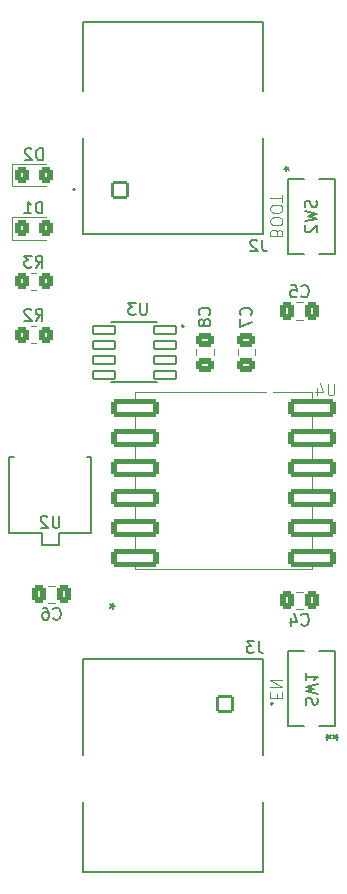
<source format=gbo>
%TF.GenerationSoftware,KiCad,Pcbnew,8.0.1-8.0.1-1~ubuntu22.04.1*%
%TF.CreationDate,2024-04-18T01:12:43-04:00*%
%TF.ProjectId,esp32_rover_devkit,65737033-325f-4726-9f76-65725f646576,rev?*%
%TF.SameCoordinates,Original*%
%TF.FileFunction,Legend,Bot*%
%TF.FilePolarity,Positive*%
%FSLAX46Y46*%
G04 Gerber Fmt 4.6, Leading zero omitted, Abs format (unit mm)*
G04 Created by KiCad (PCBNEW 8.0.1-8.0.1-1~ubuntu22.04.1) date 2024-04-18 01:12:43*
%MOMM*%
%LPD*%
G01*
G04 APERTURE LIST*
G04 Aperture macros list*
%AMRoundRect*
0 Rectangle with rounded corners*
0 $1 Rounding radius*
0 $2 $3 $4 $5 $6 $7 $8 $9 X,Y pos of 4 corners*
0 Add a 4 corners polygon primitive as box body*
4,1,4,$2,$3,$4,$5,$6,$7,$8,$9,$2,$3,0*
0 Add four circle primitives for the rounded corners*
1,1,$1+$1,$2,$3*
1,1,$1+$1,$4,$5*
1,1,$1+$1,$6,$7*
1,1,$1+$1,$8,$9*
0 Add four rect primitives between the rounded corners*
20,1,$1+$1,$2,$3,$4,$5,0*
20,1,$1+$1,$4,$5,$6,$7,0*
20,1,$1+$1,$6,$7,$8,$9,0*
20,1,$1+$1,$8,$9,$2,$3,0*%
G04 Aperture macros list end*
%ADD10C,0.100000*%
%ADD11C,0.150000*%
%ADD12C,0.152400*%
%ADD13C,0.120000*%
%ADD14C,0.127000*%
%ADD15C,0.200000*%
%ADD16RoundRect,0.225000X1.775000X0.525000X-1.775000X0.525000X-1.775000X-0.525000X1.775000X-0.525000X0*%
%ADD17C,2.600000*%
%ADD18C,3.800000*%
%ADD19O,1.600000X0.900000*%
%ADD20R,0.939800X2.489200*%
%ADD21R,5.562600X5.918200*%
%ADD22RoundRect,0.250000X0.475000X-0.337500X0.475000X0.337500X-0.475000X0.337500X-0.475000X-0.337500X0*%
%ADD23RoundRect,0.250000X-0.325000X-0.450000X0.325000X-0.450000X0.325000X0.450000X-0.325000X0.450000X0*%
%ADD24R,0.609600X1.511300*%
%ADD25RoundRect,0.250000X-0.337500X-0.475000X0.337500X-0.475000X0.337500X0.475000X-0.337500X0.475000X0*%
%ADD26RoundRect,0.055580X0.921420X0.341420X-0.921420X0.341420X-0.921420X-0.341420X0.921420X-0.341420X0*%
%ADD27RoundRect,0.250000X-0.350000X-0.450000X0.350000X-0.450000X0.350000X0.450000X-0.350000X0.450000X0*%
%ADD28RoundRect,0.250000X0.350000X0.450000X-0.350000X0.450000X-0.350000X-0.450000X0.350000X-0.450000X0*%
%ADD29C,3.350000*%
%ADD30RoundRect,0.102000X0.634000X0.634000X-0.634000X0.634000X-0.634000X-0.634000X0.634000X-0.634000X0*%
%ADD31C,1.472000*%
%ADD32RoundRect,0.102000X-0.634000X-0.634000X0.634000X-0.634000X0.634000X0.634000X-0.634000X0.634000X0*%
%ADD33C,0.600000*%
G04 APERTURE END LIST*
D10*
X42566390Y-32857142D02*
X42518771Y-32714285D01*
X42518771Y-32714285D02*
X42471152Y-32666666D01*
X42471152Y-32666666D02*
X42375914Y-32619047D01*
X42375914Y-32619047D02*
X42233057Y-32619047D01*
X42233057Y-32619047D02*
X42137819Y-32666666D01*
X42137819Y-32666666D02*
X42090200Y-32714285D01*
X42090200Y-32714285D02*
X42042580Y-32809523D01*
X42042580Y-32809523D02*
X42042580Y-33190475D01*
X42042580Y-33190475D02*
X43042580Y-33190475D01*
X43042580Y-33190475D02*
X43042580Y-32857142D01*
X43042580Y-32857142D02*
X42994961Y-32761904D01*
X42994961Y-32761904D02*
X42947342Y-32714285D01*
X42947342Y-32714285D02*
X42852104Y-32666666D01*
X42852104Y-32666666D02*
X42756866Y-32666666D01*
X42756866Y-32666666D02*
X42661628Y-32714285D01*
X42661628Y-32714285D02*
X42614009Y-32761904D01*
X42614009Y-32761904D02*
X42566390Y-32857142D01*
X42566390Y-32857142D02*
X42566390Y-33190475D01*
X43042580Y-31999999D02*
X43042580Y-31809523D01*
X43042580Y-31809523D02*
X42994961Y-31714285D01*
X42994961Y-31714285D02*
X42899723Y-31619047D01*
X42899723Y-31619047D02*
X42709247Y-31571428D01*
X42709247Y-31571428D02*
X42375914Y-31571428D01*
X42375914Y-31571428D02*
X42185438Y-31619047D01*
X42185438Y-31619047D02*
X42090200Y-31714285D01*
X42090200Y-31714285D02*
X42042580Y-31809523D01*
X42042580Y-31809523D02*
X42042580Y-31999999D01*
X42042580Y-31999999D02*
X42090200Y-32095237D01*
X42090200Y-32095237D02*
X42185438Y-32190475D01*
X42185438Y-32190475D02*
X42375914Y-32238094D01*
X42375914Y-32238094D02*
X42709247Y-32238094D01*
X42709247Y-32238094D02*
X42899723Y-32190475D01*
X42899723Y-32190475D02*
X42994961Y-32095237D01*
X42994961Y-32095237D02*
X43042580Y-31999999D01*
X43042580Y-30952380D02*
X43042580Y-30761904D01*
X43042580Y-30761904D02*
X42994961Y-30666666D01*
X42994961Y-30666666D02*
X42899723Y-30571428D01*
X42899723Y-30571428D02*
X42709247Y-30523809D01*
X42709247Y-30523809D02*
X42375914Y-30523809D01*
X42375914Y-30523809D02*
X42185438Y-30571428D01*
X42185438Y-30571428D02*
X42090200Y-30666666D01*
X42090200Y-30666666D02*
X42042580Y-30761904D01*
X42042580Y-30761904D02*
X42042580Y-30952380D01*
X42042580Y-30952380D02*
X42090200Y-31047618D01*
X42090200Y-31047618D02*
X42185438Y-31142856D01*
X42185438Y-31142856D02*
X42375914Y-31190475D01*
X42375914Y-31190475D02*
X42709247Y-31190475D01*
X42709247Y-31190475D02*
X42899723Y-31142856D01*
X42899723Y-31142856D02*
X42994961Y-31047618D01*
X42994961Y-31047618D02*
X43042580Y-30952380D01*
X43042580Y-30238094D02*
X43042580Y-29666666D01*
X42042580Y-29952380D02*
X43042580Y-29952380D01*
D11*
X28849272Y-64484897D02*
X28611177Y-64484897D01*
X28706415Y-64722992D02*
X28611177Y-64484897D01*
X28611177Y-64484897D02*
X28706415Y-64246802D01*
X28420701Y-64627754D02*
X28611177Y-64484897D01*
X28611177Y-64484897D02*
X28420701Y-64342040D01*
D10*
X42566390Y-72238094D02*
X42566390Y-71904761D01*
X42042580Y-71761904D02*
X42042580Y-72238094D01*
X42042580Y-72238094D02*
X43042580Y-72238094D01*
X43042580Y-72238094D02*
X43042580Y-71761904D01*
X42042580Y-71333332D02*
X43042580Y-71333332D01*
X43042580Y-71333332D02*
X42042580Y-70761904D01*
X42042580Y-70761904D02*
X43042580Y-70761904D01*
X47461904Y-45657419D02*
X47461904Y-46466942D01*
X47461904Y-46466942D02*
X47414285Y-46562180D01*
X47414285Y-46562180D02*
X47366666Y-46609800D01*
X47366666Y-46609800D02*
X47271428Y-46657419D01*
X47271428Y-46657419D02*
X47080952Y-46657419D01*
X47080952Y-46657419D02*
X46985714Y-46609800D01*
X46985714Y-46609800D02*
X46938095Y-46562180D01*
X46938095Y-46562180D02*
X46890476Y-46466942D01*
X46890476Y-46466942D02*
X46890476Y-45657419D01*
X45985714Y-45990752D02*
X45985714Y-46657419D01*
X46223809Y-45609800D02*
X46461904Y-46324085D01*
X46461904Y-46324085D02*
X45842857Y-46324085D01*
D11*
X24161904Y-56854819D02*
X24161904Y-57664342D01*
X24161904Y-57664342D02*
X24114285Y-57759580D01*
X24114285Y-57759580D02*
X24066666Y-57807200D01*
X24066666Y-57807200D02*
X23971428Y-57854819D01*
X23971428Y-57854819D02*
X23780952Y-57854819D01*
X23780952Y-57854819D02*
X23685714Y-57807200D01*
X23685714Y-57807200D02*
X23638095Y-57759580D01*
X23638095Y-57759580D02*
X23590476Y-57664342D01*
X23590476Y-57664342D02*
X23590476Y-56854819D01*
X23161904Y-56950057D02*
X23114285Y-56902438D01*
X23114285Y-56902438D02*
X23019047Y-56854819D01*
X23019047Y-56854819D02*
X22780952Y-56854819D01*
X22780952Y-56854819D02*
X22685714Y-56902438D01*
X22685714Y-56902438D02*
X22638095Y-56950057D01*
X22638095Y-56950057D02*
X22590476Y-57045295D01*
X22590476Y-57045295D02*
X22590476Y-57140533D01*
X22590476Y-57140533D02*
X22638095Y-57283390D01*
X22638095Y-57283390D02*
X23209523Y-57854819D01*
X23209523Y-57854819D02*
X22590476Y-57854819D01*
X40359580Y-39833333D02*
X40407200Y-39785714D01*
X40407200Y-39785714D02*
X40454819Y-39642857D01*
X40454819Y-39642857D02*
X40454819Y-39547619D01*
X40454819Y-39547619D02*
X40407200Y-39404762D01*
X40407200Y-39404762D02*
X40311961Y-39309524D01*
X40311961Y-39309524D02*
X40216723Y-39261905D01*
X40216723Y-39261905D02*
X40026247Y-39214286D01*
X40026247Y-39214286D02*
X39883390Y-39214286D01*
X39883390Y-39214286D02*
X39692914Y-39261905D01*
X39692914Y-39261905D02*
X39597676Y-39309524D01*
X39597676Y-39309524D02*
X39502438Y-39404762D01*
X39502438Y-39404762D02*
X39454819Y-39547619D01*
X39454819Y-39547619D02*
X39454819Y-39642857D01*
X39454819Y-39642857D02*
X39502438Y-39785714D01*
X39502438Y-39785714D02*
X39550057Y-39833333D01*
X39454819Y-40166667D02*
X39454819Y-40833333D01*
X39454819Y-40833333D02*
X40454819Y-40404762D01*
X22744976Y-26732597D02*
X22744976Y-25732597D01*
X22744976Y-25732597D02*
X22506881Y-25732597D01*
X22506881Y-25732597D02*
X22364024Y-25780216D01*
X22364024Y-25780216D02*
X22268786Y-25875454D01*
X22268786Y-25875454D02*
X22221167Y-25970692D01*
X22221167Y-25970692D02*
X22173548Y-26161168D01*
X22173548Y-26161168D02*
X22173548Y-26304025D01*
X22173548Y-26304025D02*
X22221167Y-26494501D01*
X22221167Y-26494501D02*
X22268786Y-26589739D01*
X22268786Y-26589739D02*
X22364024Y-26684978D01*
X22364024Y-26684978D02*
X22506881Y-26732597D01*
X22506881Y-26732597D02*
X22744976Y-26732597D01*
X21792595Y-25827835D02*
X21744976Y-25780216D01*
X21744976Y-25780216D02*
X21649738Y-25732597D01*
X21649738Y-25732597D02*
X21411643Y-25732597D01*
X21411643Y-25732597D02*
X21316405Y-25780216D01*
X21316405Y-25780216D02*
X21268786Y-25827835D01*
X21268786Y-25827835D02*
X21221167Y-25923073D01*
X21221167Y-25923073D02*
X21221167Y-26018311D01*
X21221167Y-26018311D02*
X21268786Y-26161168D01*
X21268786Y-26161168D02*
X21840214Y-26732597D01*
X21840214Y-26732597D02*
X21221167Y-26732597D01*
X45092800Y-72833332D02*
X45045180Y-72690475D01*
X45045180Y-72690475D02*
X45045180Y-72452380D01*
X45045180Y-72452380D02*
X45092800Y-72357142D01*
X45092800Y-72357142D02*
X45140419Y-72309523D01*
X45140419Y-72309523D02*
X45235657Y-72261904D01*
X45235657Y-72261904D02*
X45330895Y-72261904D01*
X45330895Y-72261904D02*
X45426133Y-72309523D01*
X45426133Y-72309523D02*
X45473752Y-72357142D01*
X45473752Y-72357142D02*
X45521371Y-72452380D01*
X45521371Y-72452380D02*
X45568990Y-72642856D01*
X45568990Y-72642856D02*
X45616609Y-72738094D01*
X45616609Y-72738094D02*
X45664228Y-72785713D01*
X45664228Y-72785713D02*
X45759466Y-72833332D01*
X45759466Y-72833332D02*
X45854704Y-72833332D01*
X45854704Y-72833332D02*
X45949942Y-72785713D01*
X45949942Y-72785713D02*
X45997561Y-72738094D01*
X45997561Y-72738094D02*
X46045180Y-72642856D01*
X46045180Y-72642856D02*
X46045180Y-72404761D01*
X46045180Y-72404761D02*
X45997561Y-72261904D01*
X46045180Y-71928570D02*
X45045180Y-71690475D01*
X45045180Y-71690475D02*
X45759466Y-71499999D01*
X45759466Y-71499999D02*
X45045180Y-71309523D01*
X45045180Y-71309523D02*
X46045180Y-71071428D01*
X45045180Y-70166666D02*
X45045180Y-70738094D01*
X45045180Y-70452380D02*
X46045180Y-70452380D01*
X46045180Y-70452380D02*
X45902323Y-70547618D01*
X45902323Y-70547618D02*
X45807085Y-70642856D01*
X45807085Y-70642856D02*
X45759466Y-70738094D01*
X47797780Y-75557649D02*
X47559685Y-75557649D01*
X47654923Y-75795744D02*
X47559685Y-75557649D01*
X47559685Y-75557649D02*
X47654923Y-75319554D01*
X47369209Y-75700506D02*
X47559685Y-75557649D01*
X47559685Y-75557649D02*
X47369209Y-75414792D01*
X46707419Y-75557650D02*
X46945514Y-75557650D01*
X46850276Y-75319555D02*
X46945514Y-75557650D01*
X46945514Y-75557650D02*
X46850276Y-75795745D01*
X47135990Y-75414793D02*
X46945514Y-75557650D01*
X46945514Y-75557650D02*
X47135990Y-75700507D01*
X22736445Y-31249899D02*
X22736445Y-30249899D01*
X22736445Y-30249899D02*
X22498350Y-30249899D01*
X22498350Y-30249899D02*
X22355493Y-30297518D01*
X22355493Y-30297518D02*
X22260255Y-30392756D01*
X22260255Y-30392756D02*
X22212636Y-30487994D01*
X22212636Y-30487994D02*
X22165017Y-30678470D01*
X22165017Y-30678470D02*
X22165017Y-30821327D01*
X22165017Y-30821327D02*
X22212636Y-31011803D01*
X22212636Y-31011803D02*
X22260255Y-31107041D01*
X22260255Y-31107041D02*
X22355493Y-31202280D01*
X22355493Y-31202280D02*
X22498350Y-31249899D01*
X22498350Y-31249899D02*
X22736445Y-31249899D01*
X21212636Y-31249899D02*
X21784064Y-31249899D01*
X21498350Y-31249899D02*
X21498350Y-30249899D01*
X21498350Y-30249899D02*
X21593588Y-30392756D01*
X21593588Y-30392756D02*
X21688826Y-30487994D01*
X21688826Y-30487994D02*
X21784064Y-30535613D01*
X44666666Y-66039580D02*
X44714285Y-66087200D01*
X44714285Y-66087200D02*
X44857142Y-66134819D01*
X44857142Y-66134819D02*
X44952380Y-66134819D01*
X44952380Y-66134819D02*
X45095237Y-66087200D01*
X45095237Y-66087200D02*
X45190475Y-65991961D01*
X45190475Y-65991961D02*
X45238094Y-65896723D01*
X45238094Y-65896723D02*
X45285713Y-65706247D01*
X45285713Y-65706247D02*
X45285713Y-65563390D01*
X45285713Y-65563390D02*
X45238094Y-65372914D01*
X45238094Y-65372914D02*
X45190475Y-65277676D01*
X45190475Y-65277676D02*
X45095237Y-65182438D01*
X45095237Y-65182438D02*
X44952380Y-65134819D01*
X44952380Y-65134819D02*
X44857142Y-65134819D01*
X44857142Y-65134819D02*
X44714285Y-65182438D01*
X44714285Y-65182438D02*
X44666666Y-65230057D01*
X43809523Y-65468152D02*
X43809523Y-66134819D01*
X44047618Y-65087200D02*
X44285713Y-65801485D01*
X44285713Y-65801485D02*
X43666666Y-65801485D01*
X23666666Y-65539580D02*
X23714285Y-65587200D01*
X23714285Y-65587200D02*
X23857142Y-65634819D01*
X23857142Y-65634819D02*
X23952380Y-65634819D01*
X23952380Y-65634819D02*
X24095237Y-65587200D01*
X24095237Y-65587200D02*
X24190475Y-65491961D01*
X24190475Y-65491961D02*
X24238094Y-65396723D01*
X24238094Y-65396723D02*
X24285713Y-65206247D01*
X24285713Y-65206247D02*
X24285713Y-65063390D01*
X24285713Y-65063390D02*
X24238094Y-64872914D01*
X24238094Y-64872914D02*
X24190475Y-64777676D01*
X24190475Y-64777676D02*
X24095237Y-64682438D01*
X24095237Y-64682438D02*
X23952380Y-64634819D01*
X23952380Y-64634819D02*
X23857142Y-64634819D01*
X23857142Y-64634819D02*
X23714285Y-64682438D01*
X23714285Y-64682438D02*
X23666666Y-64730057D01*
X22809523Y-64634819D02*
X22999999Y-64634819D01*
X22999999Y-64634819D02*
X23095237Y-64682438D01*
X23095237Y-64682438D02*
X23142856Y-64730057D01*
X23142856Y-64730057D02*
X23238094Y-64872914D01*
X23238094Y-64872914D02*
X23285713Y-65063390D01*
X23285713Y-65063390D02*
X23285713Y-65444342D01*
X23285713Y-65444342D02*
X23238094Y-65539580D01*
X23238094Y-65539580D02*
X23190475Y-65587200D01*
X23190475Y-65587200D02*
X23095237Y-65634819D01*
X23095237Y-65634819D02*
X22904761Y-65634819D01*
X22904761Y-65634819D02*
X22809523Y-65587200D01*
X22809523Y-65587200D02*
X22761904Y-65539580D01*
X22761904Y-65539580D02*
X22714285Y-65444342D01*
X22714285Y-65444342D02*
X22714285Y-65206247D01*
X22714285Y-65206247D02*
X22761904Y-65111009D01*
X22761904Y-65111009D02*
X22809523Y-65063390D01*
X22809523Y-65063390D02*
X22904761Y-65015771D01*
X22904761Y-65015771D02*
X23095237Y-65015771D01*
X23095237Y-65015771D02*
X23190475Y-65063390D01*
X23190475Y-65063390D02*
X23238094Y-65111009D01*
X23238094Y-65111009D02*
X23285713Y-65206247D01*
X44668108Y-38239550D02*
X44715727Y-38287170D01*
X44715727Y-38287170D02*
X44858584Y-38334789D01*
X44858584Y-38334789D02*
X44953822Y-38334789D01*
X44953822Y-38334789D02*
X45096679Y-38287170D01*
X45096679Y-38287170D02*
X45191917Y-38191931D01*
X45191917Y-38191931D02*
X45239536Y-38096693D01*
X45239536Y-38096693D02*
X45287155Y-37906217D01*
X45287155Y-37906217D02*
X45287155Y-37763360D01*
X45287155Y-37763360D02*
X45239536Y-37572884D01*
X45239536Y-37572884D02*
X45191917Y-37477646D01*
X45191917Y-37477646D02*
X45096679Y-37382408D01*
X45096679Y-37382408D02*
X44953822Y-37334789D01*
X44953822Y-37334789D02*
X44858584Y-37334789D01*
X44858584Y-37334789D02*
X44715727Y-37382408D01*
X44715727Y-37382408D02*
X44668108Y-37430027D01*
X43763346Y-37334789D02*
X44239536Y-37334789D01*
X44239536Y-37334789D02*
X44287155Y-37810979D01*
X44287155Y-37810979D02*
X44239536Y-37763360D01*
X44239536Y-37763360D02*
X44144298Y-37715741D01*
X44144298Y-37715741D02*
X43906203Y-37715741D01*
X43906203Y-37715741D02*
X43810965Y-37763360D01*
X43810965Y-37763360D02*
X43763346Y-37810979D01*
X43763346Y-37810979D02*
X43715727Y-37906217D01*
X43715727Y-37906217D02*
X43715727Y-38144312D01*
X43715727Y-38144312D02*
X43763346Y-38239550D01*
X43763346Y-38239550D02*
X43810965Y-38287170D01*
X43810965Y-38287170D02*
X43906203Y-38334789D01*
X43906203Y-38334789D02*
X44144298Y-38334789D01*
X44144298Y-38334789D02*
X44239536Y-38287170D01*
X44239536Y-38287170D02*
X44287155Y-38239550D01*
X45907200Y-30166667D02*
X45954819Y-30309524D01*
X45954819Y-30309524D02*
X45954819Y-30547619D01*
X45954819Y-30547619D02*
X45907200Y-30642857D01*
X45907200Y-30642857D02*
X45859580Y-30690476D01*
X45859580Y-30690476D02*
X45764342Y-30738095D01*
X45764342Y-30738095D02*
X45669104Y-30738095D01*
X45669104Y-30738095D02*
X45573866Y-30690476D01*
X45573866Y-30690476D02*
X45526247Y-30642857D01*
X45526247Y-30642857D02*
X45478628Y-30547619D01*
X45478628Y-30547619D02*
X45431009Y-30357143D01*
X45431009Y-30357143D02*
X45383390Y-30261905D01*
X45383390Y-30261905D02*
X45335771Y-30214286D01*
X45335771Y-30214286D02*
X45240533Y-30166667D01*
X45240533Y-30166667D02*
X45145295Y-30166667D01*
X45145295Y-30166667D02*
X45050057Y-30214286D01*
X45050057Y-30214286D02*
X45002438Y-30261905D01*
X45002438Y-30261905D02*
X44954819Y-30357143D01*
X44954819Y-30357143D02*
X44954819Y-30595238D01*
X44954819Y-30595238D02*
X45002438Y-30738095D01*
X44954819Y-31071429D02*
X45954819Y-31309524D01*
X45954819Y-31309524D02*
X45240533Y-31500000D01*
X45240533Y-31500000D02*
X45954819Y-31690476D01*
X45954819Y-31690476D02*
X44954819Y-31928572D01*
X45050057Y-32261905D02*
X45002438Y-32309524D01*
X45002438Y-32309524D02*
X44954819Y-32404762D01*
X44954819Y-32404762D02*
X44954819Y-32642857D01*
X44954819Y-32642857D02*
X45002438Y-32738095D01*
X45002438Y-32738095D02*
X45050057Y-32785714D01*
X45050057Y-32785714D02*
X45145295Y-32833333D01*
X45145295Y-32833333D02*
X45240533Y-32833333D01*
X45240533Y-32833333D02*
X45383390Y-32785714D01*
X45383390Y-32785714D02*
X45954819Y-32214286D01*
X45954819Y-32214286D02*
X45954819Y-32833333D01*
X43202219Y-27442350D02*
X43440314Y-27442350D01*
X43345076Y-27204255D02*
X43440314Y-27442350D01*
X43440314Y-27442350D02*
X43345076Y-27680445D01*
X43630790Y-27299493D02*
X43440314Y-27442350D01*
X43440314Y-27442350D02*
X43630790Y-27585207D01*
X31586904Y-38819819D02*
X31586904Y-39629342D01*
X31586904Y-39629342D02*
X31539285Y-39724580D01*
X31539285Y-39724580D02*
X31491666Y-39772200D01*
X31491666Y-39772200D02*
X31396428Y-39819819D01*
X31396428Y-39819819D02*
X31205952Y-39819819D01*
X31205952Y-39819819D02*
X31110714Y-39772200D01*
X31110714Y-39772200D02*
X31063095Y-39724580D01*
X31063095Y-39724580D02*
X31015476Y-39629342D01*
X31015476Y-39629342D02*
X31015476Y-38819819D01*
X30634523Y-38819819D02*
X30015476Y-38819819D01*
X30015476Y-38819819D02*
X30348809Y-39200771D01*
X30348809Y-39200771D02*
X30205952Y-39200771D01*
X30205952Y-39200771D02*
X30110714Y-39248390D01*
X30110714Y-39248390D02*
X30063095Y-39296009D01*
X30063095Y-39296009D02*
X30015476Y-39391247D01*
X30015476Y-39391247D02*
X30015476Y-39629342D01*
X30015476Y-39629342D02*
X30063095Y-39724580D01*
X30063095Y-39724580D02*
X30110714Y-39772200D01*
X30110714Y-39772200D02*
X30205952Y-39819819D01*
X30205952Y-39819819D02*
X30491666Y-39819819D01*
X30491666Y-39819819D02*
X30586904Y-39772200D01*
X30586904Y-39772200D02*
X30634523Y-39724580D01*
X36859580Y-39833333D02*
X36907200Y-39785714D01*
X36907200Y-39785714D02*
X36954819Y-39642857D01*
X36954819Y-39642857D02*
X36954819Y-39547619D01*
X36954819Y-39547619D02*
X36907200Y-39404762D01*
X36907200Y-39404762D02*
X36811961Y-39309524D01*
X36811961Y-39309524D02*
X36716723Y-39261905D01*
X36716723Y-39261905D02*
X36526247Y-39214286D01*
X36526247Y-39214286D02*
X36383390Y-39214286D01*
X36383390Y-39214286D02*
X36192914Y-39261905D01*
X36192914Y-39261905D02*
X36097676Y-39309524D01*
X36097676Y-39309524D02*
X36002438Y-39404762D01*
X36002438Y-39404762D02*
X35954819Y-39547619D01*
X35954819Y-39547619D02*
X35954819Y-39642857D01*
X35954819Y-39642857D02*
X36002438Y-39785714D01*
X36002438Y-39785714D02*
X36050057Y-39833333D01*
X36383390Y-40404762D02*
X36335771Y-40309524D01*
X36335771Y-40309524D02*
X36288152Y-40261905D01*
X36288152Y-40261905D02*
X36192914Y-40214286D01*
X36192914Y-40214286D02*
X36145295Y-40214286D01*
X36145295Y-40214286D02*
X36050057Y-40261905D01*
X36050057Y-40261905D02*
X36002438Y-40309524D01*
X36002438Y-40309524D02*
X35954819Y-40404762D01*
X35954819Y-40404762D02*
X35954819Y-40595238D01*
X35954819Y-40595238D02*
X36002438Y-40690476D01*
X36002438Y-40690476D02*
X36050057Y-40738095D01*
X36050057Y-40738095D02*
X36145295Y-40785714D01*
X36145295Y-40785714D02*
X36192914Y-40785714D01*
X36192914Y-40785714D02*
X36288152Y-40738095D01*
X36288152Y-40738095D02*
X36335771Y-40690476D01*
X36335771Y-40690476D02*
X36383390Y-40595238D01*
X36383390Y-40595238D02*
X36383390Y-40404762D01*
X36383390Y-40404762D02*
X36431009Y-40309524D01*
X36431009Y-40309524D02*
X36478628Y-40261905D01*
X36478628Y-40261905D02*
X36573866Y-40214286D01*
X36573866Y-40214286D02*
X36764342Y-40214286D01*
X36764342Y-40214286D02*
X36859580Y-40261905D01*
X36859580Y-40261905D02*
X36907200Y-40309524D01*
X36907200Y-40309524D02*
X36954819Y-40404762D01*
X36954819Y-40404762D02*
X36954819Y-40595238D01*
X36954819Y-40595238D02*
X36907200Y-40690476D01*
X36907200Y-40690476D02*
X36859580Y-40738095D01*
X36859580Y-40738095D02*
X36764342Y-40785714D01*
X36764342Y-40785714D02*
X36573866Y-40785714D01*
X36573866Y-40785714D02*
X36478628Y-40738095D01*
X36478628Y-40738095D02*
X36431009Y-40690476D01*
X36431009Y-40690476D02*
X36383390Y-40595238D01*
X22169283Y-35826919D02*
X22502616Y-35350728D01*
X22740711Y-35826919D02*
X22740711Y-34826919D01*
X22740711Y-34826919D02*
X22359759Y-34826919D01*
X22359759Y-34826919D02*
X22264521Y-34874538D01*
X22264521Y-34874538D02*
X22216902Y-34922157D01*
X22216902Y-34922157D02*
X22169283Y-35017395D01*
X22169283Y-35017395D02*
X22169283Y-35160252D01*
X22169283Y-35160252D02*
X22216902Y-35255490D01*
X22216902Y-35255490D02*
X22264521Y-35303109D01*
X22264521Y-35303109D02*
X22359759Y-35350728D01*
X22359759Y-35350728D02*
X22740711Y-35350728D01*
X21835949Y-34826919D02*
X21216902Y-34826919D01*
X21216902Y-34826919D02*
X21550235Y-35207871D01*
X21550235Y-35207871D02*
X21407378Y-35207871D01*
X21407378Y-35207871D02*
X21312140Y-35255490D01*
X21312140Y-35255490D02*
X21264521Y-35303109D01*
X21264521Y-35303109D02*
X21216902Y-35398347D01*
X21216902Y-35398347D02*
X21216902Y-35636442D01*
X21216902Y-35636442D02*
X21264521Y-35731680D01*
X21264521Y-35731680D02*
X21312140Y-35779300D01*
X21312140Y-35779300D02*
X21407378Y-35826919D01*
X21407378Y-35826919D02*
X21693092Y-35826919D01*
X21693092Y-35826919D02*
X21788330Y-35779300D01*
X21788330Y-35779300D02*
X21835949Y-35731680D01*
X22165017Y-40322892D02*
X22498350Y-39846701D01*
X22736445Y-40322892D02*
X22736445Y-39322892D01*
X22736445Y-39322892D02*
X22355493Y-39322892D01*
X22355493Y-39322892D02*
X22260255Y-39370511D01*
X22260255Y-39370511D02*
X22212636Y-39418130D01*
X22212636Y-39418130D02*
X22165017Y-39513368D01*
X22165017Y-39513368D02*
X22165017Y-39656225D01*
X22165017Y-39656225D02*
X22212636Y-39751463D01*
X22212636Y-39751463D02*
X22260255Y-39799082D01*
X22260255Y-39799082D02*
X22355493Y-39846701D01*
X22355493Y-39846701D02*
X22736445Y-39846701D01*
X21784064Y-39418130D02*
X21736445Y-39370511D01*
X21736445Y-39370511D02*
X21641207Y-39322892D01*
X21641207Y-39322892D02*
X21403112Y-39322892D01*
X21403112Y-39322892D02*
X21307874Y-39370511D01*
X21307874Y-39370511D02*
X21260255Y-39418130D01*
X21260255Y-39418130D02*
X21212636Y-39513368D01*
X21212636Y-39513368D02*
X21212636Y-39608606D01*
X21212636Y-39608606D02*
X21260255Y-39751463D01*
X21260255Y-39751463D02*
X21831683Y-40322892D01*
X21831683Y-40322892D02*
X21212636Y-40322892D01*
X41033333Y-67454819D02*
X41033333Y-68169104D01*
X41033333Y-68169104D02*
X41080952Y-68311961D01*
X41080952Y-68311961D02*
X41176190Y-68407200D01*
X41176190Y-68407200D02*
X41319047Y-68454819D01*
X41319047Y-68454819D02*
X41414285Y-68454819D01*
X40652380Y-67454819D02*
X40033333Y-67454819D01*
X40033333Y-67454819D02*
X40366666Y-67835771D01*
X40366666Y-67835771D02*
X40223809Y-67835771D01*
X40223809Y-67835771D02*
X40128571Y-67883390D01*
X40128571Y-67883390D02*
X40080952Y-67931009D01*
X40080952Y-67931009D02*
X40033333Y-68026247D01*
X40033333Y-68026247D02*
X40033333Y-68264342D01*
X40033333Y-68264342D02*
X40080952Y-68359580D01*
X40080952Y-68359580D02*
X40128571Y-68407200D01*
X40128571Y-68407200D02*
X40223809Y-68454819D01*
X40223809Y-68454819D02*
X40509523Y-68454819D01*
X40509523Y-68454819D02*
X40604761Y-68407200D01*
X40604761Y-68407200D02*
X40652380Y-68359580D01*
X41333333Y-33454819D02*
X41333333Y-34169104D01*
X41333333Y-34169104D02*
X41380952Y-34311961D01*
X41380952Y-34311961D02*
X41476190Y-34407200D01*
X41476190Y-34407200D02*
X41619047Y-34454819D01*
X41619047Y-34454819D02*
X41714285Y-34454819D01*
X40904761Y-33550057D02*
X40857142Y-33502438D01*
X40857142Y-33502438D02*
X40761904Y-33454819D01*
X40761904Y-33454819D02*
X40523809Y-33454819D01*
X40523809Y-33454819D02*
X40428571Y-33502438D01*
X40428571Y-33502438D02*
X40380952Y-33550057D01*
X40380952Y-33550057D02*
X40333333Y-33645295D01*
X40333333Y-33645295D02*
X40333333Y-33740533D01*
X40333333Y-33740533D02*
X40380952Y-33883390D01*
X40380952Y-33883390D02*
X40952380Y-34454819D01*
X40952380Y-34454819D02*
X40333333Y-34454819D01*
%TO.C,U4*%
D10*
X30600000Y-61380000D02*
X45600000Y-61380000D01*
X45600000Y-46380000D01*
X30600000Y-46380000D01*
X30600000Y-61380000D01*
D12*
%TO.C,U2*%
X22701500Y-59305200D02*
X24098500Y-59305200D01*
X24098500Y-59305200D02*
X24098500Y-58289200D01*
X19920200Y-58289200D02*
X22701500Y-58289200D01*
X22701500Y-58289200D02*
X22701500Y-59305200D01*
X24098500Y-58289200D02*
X26879800Y-58289200D01*
X26879800Y-58289200D02*
X26879800Y-51837600D01*
X19920200Y-51837600D02*
X19920200Y-58289200D01*
X20285960Y-51837600D02*
X19920200Y-51837600D01*
X26879800Y-51837600D02*
X26514040Y-51837600D01*
D13*
%TO.C,C7*%
X39265000Y-42738748D02*
X39265000Y-43261252D01*
X40735000Y-42738748D02*
X40735000Y-43261252D01*
%TO.C,D2*%
X20140000Y-27040000D02*
X20140000Y-28960000D01*
X20140000Y-28960000D02*
X23000000Y-28960000D01*
X23000000Y-27040000D02*
X20140000Y-27040000D01*
D12*
%TO.C,SW1*%
X43518800Y-68325000D02*
X43518800Y-74675000D01*
X43518800Y-74675000D02*
X44862460Y-74675000D01*
X44862460Y-68325000D02*
X43518800Y-68325000D01*
X46137540Y-74675000D02*
X47481200Y-74675000D01*
X47481200Y-68325000D02*
X46137540Y-68325000D01*
X47481200Y-74675000D02*
X47481200Y-68325000D01*
D13*
%TO.C,D1*%
X20140000Y-31540000D02*
X20140000Y-33460000D01*
X20140000Y-33460000D02*
X23000000Y-33460000D01*
X23000000Y-31540000D02*
X20140000Y-31540000D01*
%TO.C,C4*%
X44761252Y-63265000D02*
X44238748Y-63265000D01*
X44761252Y-64735000D02*
X44238748Y-64735000D01*
%TO.C,C6*%
X23761252Y-64235000D02*
X23238748Y-64235000D01*
X23761252Y-62765000D02*
X23238748Y-62765000D01*
%TO.C,C5*%
X44761252Y-38765000D02*
X44238748Y-38765000D01*
X44761252Y-40235000D02*
X44238748Y-40235000D01*
D12*
%TO.C,SW2*%
X43518800Y-28325000D02*
X43518800Y-34675000D01*
X43518800Y-34675000D02*
X44862460Y-34675000D01*
X44862460Y-28325000D02*
X43518800Y-28325000D01*
X46137540Y-34675000D02*
X47481200Y-34675000D01*
X47481200Y-28325000D02*
X46137540Y-28325000D01*
X47481200Y-34675000D02*
X47481200Y-28325000D01*
D14*
%TO.C,U3*%
X28550000Y-40480000D02*
X32450000Y-40480000D01*
X28550000Y-45520000D02*
X32450000Y-45520000D01*
D15*
X34700000Y-40800000D02*
G75*
G02*
X34500000Y-40800000I-100000J0D01*
G01*
X34500000Y-40800000D02*
G75*
G02*
X34700000Y-40800000I100000J0D01*
G01*
D13*
%TO.C,C8*%
X35765000Y-42738748D02*
X35765000Y-43261252D01*
X37235000Y-42738748D02*
X37235000Y-43261252D01*
%TO.C,R3*%
X22227064Y-36265000D02*
X21772936Y-36265000D01*
X22227064Y-37735000D02*
X21772936Y-37735000D01*
%TO.C,R2*%
X21772936Y-40765000D02*
X22227064Y-40765000D01*
X21772936Y-42235000D02*
X22227064Y-42235000D01*
D14*
%TO.C,J3*%
X26164000Y-69000000D02*
X26164000Y-77125000D01*
X26164000Y-81115000D02*
X26164000Y-87000000D01*
X26164000Y-87000000D02*
X41404000Y-87000000D01*
X41404000Y-69000000D02*
X26164000Y-69000000D01*
X41404000Y-77125000D02*
X41404000Y-69000000D01*
X41404000Y-81115000D02*
X41404000Y-87000000D01*
D15*
X42254000Y-72770000D02*
G75*
G02*
X42054000Y-72770000I-100000J0D01*
G01*
X42054000Y-72770000D02*
G75*
G02*
X42254000Y-72770000I100000J0D01*
G01*
D14*
%TO.C,J2*%
X26164000Y-20885000D02*
X26164000Y-15000000D01*
X26164000Y-24875000D02*
X26164000Y-33000000D01*
X26164000Y-33000000D02*
X41404000Y-33000000D01*
X41404000Y-15000000D02*
X26164000Y-15000000D01*
X41404000Y-20885000D02*
X41404000Y-15000000D01*
X41404000Y-33000000D02*
X41404000Y-24875000D01*
D15*
X25514000Y-29230000D02*
G75*
G02*
X25314000Y-29230000I-100000J0D01*
G01*
X25314000Y-29230000D02*
G75*
G02*
X25514000Y-29230000I100000J0D01*
G01*
%TD*%
%LPC*%
D16*
%TO.C,U4*%
X45600000Y-47700000D03*
X45600000Y-50240000D03*
X45600000Y-52780000D03*
X45600000Y-55320000D03*
X45600000Y-57860000D03*
X45600000Y-60400000D03*
X30600000Y-47700000D03*
X30600000Y-50240000D03*
X30600000Y-52780000D03*
X30600000Y-55320000D03*
X30600000Y-57860000D03*
X30600000Y-60400000D03*
%TD*%
D17*
%TO.C,H2*%
X46000000Y-23000000D03*
D18*
X46000000Y-23000000D03*
%TD*%
D17*
%TO.C,H4*%
X46000000Y-79000000D03*
D18*
X46000000Y-79000000D03*
%TD*%
D17*
%TO.C,H3*%
X21500000Y-79000000D03*
D18*
X21500000Y-79000000D03*
%TD*%
D17*
%TO.C,H1*%
X21500000Y-23000000D03*
D18*
X21500000Y-23000000D03*
%TD*%
D19*
%TO.C,J1*%
X21325000Y-68000000D03*
X21325000Y-74600000D03*
%TD*%
D20*
%TO.C,U2*%
X25686000Y-60194200D03*
D21*
X23400000Y-53120300D03*
D20*
X21114000Y-60194200D03*
%TD*%
D22*
%TO.C,C7*%
X40000000Y-44037500D03*
X40000000Y-41962500D03*
%TD*%
D23*
%TO.C,D2*%
X20975000Y-28000000D03*
X23025000Y-28000000D03*
%TD*%
D24*
%TO.C,SW1*%
X45500000Y-75303650D03*
X45500000Y-67696350D03*
%TD*%
D23*
%TO.C,D1*%
X20975000Y-32500000D03*
X23025000Y-32500000D03*
%TD*%
D25*
%TO.C,C4*%
X43462500Y-64000000D03*
X45537500Y-64000000D03*
%TD*%
%TO.C,C6*%
X22462500Y-63500000D03*
X24537500Y-63500000D03*
%TD*%
%TO.C,C5*%
X43462500Y-39500000D03*
X45537500Y-39500000D03*
%TD*%
D24*
%TO.C,SW2*%
X45500000Y-27696350D03*
X45500000Y-35303650D03*
%TD*%
D26*
%TO.C,U3*%
X33085000Y-41095000D03*
X33085000Y-42365000D03*
X33085000Y-43635000D03*
X33085000Y-44905000D03*
X27915000Y-44905000D03*
X27915000Y-43635000D03*
X27915000Y-42365000D03*
X27915000Y-41095000D03*
%TD*%
D22*
%TO.C,C8*%
X36500000Y-44037500D03*
X36500000Y-41962500D03*
%TD*%
D27*
%TO.C,R3*%
X21000000Y-37000000D03*
X23000000Y-37000000D03*
%TD*%
D28*
%TO.C,R2*%
X23000000Y-41500000D03*
X21000000Y-41500000D03*
%TD*%
D29*
%TO.C,J3*%
X39500000Y-79120000D03*
X28068000Y-79120000D03*
D30*
X38229000Y-72770000D03*
D31*
X36959000Y-70230000D03*
X35689000Y-72770000D03*
X34419000Y-70230000D03*
X33149000Y-72770000D03*
X31879000Y-70230000D03*
X30609000Y-72770000D03*
X29339000Y-70230000D03*
%TD*%
D29*
%TO.C,J2*%
X28068000Y-22880000D03*
X39500000Y-22880000D03*
D32*
X29339000Y-29230000D03*
D31*
X30609000Y-31770000D03*
X31879000Y-29230000D03*
X33149000Y-31770000D03*
X34419000Y-29230000D03*
X35689000Y-31770000D03*
X36959000Y-29230000D03*
X38229000Y-31770000D03*
%TD*%
D33*
X34000000Y-52600000D03*
X35000000Y-52600000D03*
X34000000Y-51400000D03*
X33100000Y-51400000D03*
X35000000Y-51400000D03*
X34000000Y-50200000D03*
X35000000Y-50200000D03*
X28800000Y-38700000D03*
X40300000Y-52300000D03*
X41200000Y-54000000D03*
X42200000Y-50240000D03*
X21300000Y-55500000D03*
X25300000Y-55500000D03*
X22300000Y-55500000D03*
X23300000Y-55500000D03*
X24300000Y-55500000D03*
X21300000Y-54600000D03*
X25300000Y-54600000D03*
X22300000Y-54600000D03*
X23300000Y-54600000D03*
X24300000Y-54600000D03*
X21300000Y-53600000D03*
X25300000Y-53600000D03*
X22300000Y-53600000D03*
X23300000Y-53600000D03*
X24300000Y-53600000D03*
X21300000Y-52600000D03*
X25300000Y-52600000D03*
X22300000Y-52600000D03*
X23300000Y-52600000D03*
X24300000Y-52600000D03*
X21300000Y-51600000D03*
X25300000Y-51600000D03*
X22300000Y-51600000D03*
X23300000Y-51600000D03*
X24300000Y-51600000D03*
X25300000Y-50700000D03*
X24300000Y-50700000D03*
X23300000Y-50700000D03*
X22300000Y-50700000D03*
X21300000Y-50700000D03*
X28037500Y-66037500D03*
X34861805Y-43006449D03*
X43122102Y-65429103D03*
X21000000Y-43000000D03*
X44500000Y-69500000D03*
X30000000Y-68000000D03*
X44700000Y-41100000D03*
X28000000Y-39500000D03*
X40500000Y-45500000D03*
X42000000Y-46500000D03*
%LPD*%
M02*

</source>
